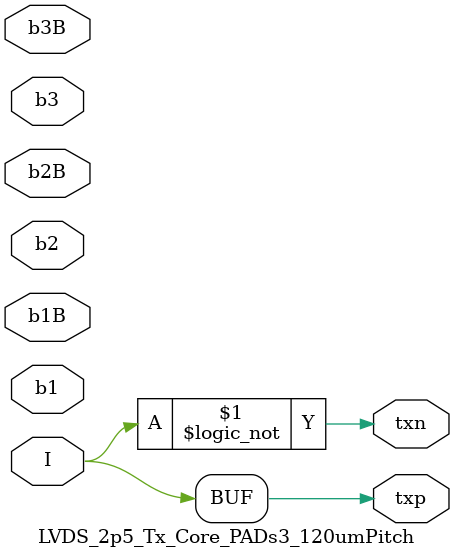
<source format=sv>
`include "PACKAGE.types.colData.sv"
`include "PACKAGE.constants.colData.sv"

module  LVDS_2p5_Tx_Core_PADs3_120umPitch ( output   logic   txp,
                                            output   logic   txn,
                                            input    logic   I,
                                            input    logic   b1,
                                            input    logic   b1B,
                                            input    logic   b2,
                                            input    logic   b2B,
                                            input    logic   b3,
                                            input    logic   b3B     );

  assign  txp = I;
  assign  txn = !I;

endmodule // LVDS_2p5_Tx_Core_PADs3_120umPitch

</source>
